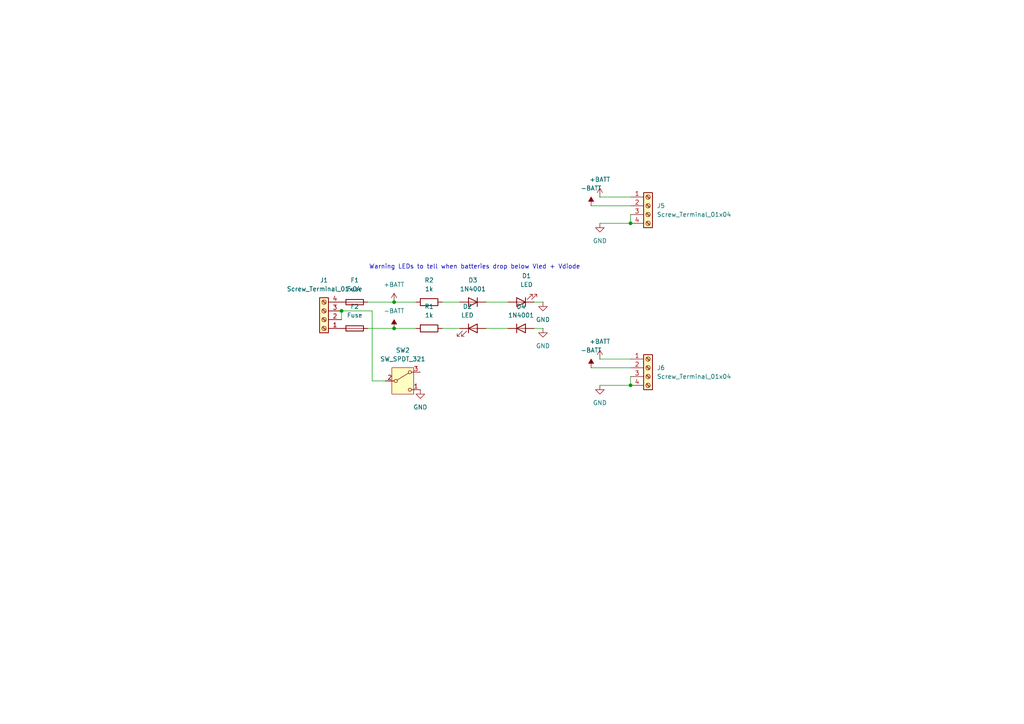
<source format=kicad_sch>
(kicad_sch (version 20250114) (generator "eeschema") (generator_version "9.0")
  (paper "A4")
  (lib_symbols
    (symbol "Connector:Screw_Terminal_01x04" (pin_names (offset 1.016) (hide yes))
      (property "Reference" "J" (at 0 5.08 0))
      (property "Value" "Screw_Terminal_01x04" (at 0 -7.62 0))
      (symbol "Screw_Terminal_01x04_1_1"
        (rectangle (start -1.27 3.81) (end 1.27 -6.35) (stroke (width 0.254)) (fill (type background)))
        (polyline (pts (xy -0.5334 2.8702) (xy 0.3302 2.032)) (stroke (width 0.1524)))
        (polyline (pts (xy -0.5334 0.3302) (xy 0.3302 -0.508)) (stroke (width 0.1524)))
        (polyline (pts (xy -0.5334 -2.2098) (xy 0.3302 -3.048)) (stroke (width 0.1524)))
        (polyline (pts (xy -0.5334 -4.7498) (xy 0.3302 -5.588)) (stroke (width 0.1524)))
        (polyline (pts (xy -0.3556 3.048) (xy 0.508 2.2098)) (stroke (width 0.1524)))
        (polyline (pts (xy -0.3556 0.508) (xy 0.508 -0.3302)) (stroke (width 0.1524)))
        (polyline (pts (xy -0.3556 -2.032) (xy 0.508 -2.8702)) (stroke (width 0.1524)))
        (polyline (pts (xy -0.3556 -4.572) (xy 0.508 -5.4102)) (stroke (width 0.1524)))
        (circle (center 0 2.54) (radius 0.635) (stroke (width 0.1524)))
        (circle (center 0 0) (radius 0.635) (stroke (width 0.1524)))
        (circle (center 0 -2.54) (radius 0.635) (stroke (width 0.1524)))
        (circle (center 0 -5.08) (radius 0.635) (stroke (width 0.1524)))
        (pin passive line (at -5.08 2.54 0) (length 3.81) (name "Pin_1") (number "1"))
        (pin passive line (at -5.08 0 0) (length 3.81) (name "Pin_2") (number "2"))
        (pin passive line (at -5.08 -2.54 0) (length 3.81) (name "Pin_3") (number "3"))
        (pin passive line (at -5.08 -5.08 0) (length 3.81) (name "Pin_4") (number "4"))
      )
    )
    (symbol "Device:Fuse" (pin_numbers (hide yes)) (pin_names (offset 0))
      (property "Reference" "F" (at 2.032 0 90))
      (property "Value" "Fuse" (at -1.905 0 90))
      (symbol "Fuse_0_1"
        (rectangle (start -0.762 -2.54) (end 0.762 2.54) (stroke (width 0.254)))
        (polyline (pts (xy 0 2.54) (xy 0 -2.54)))
      )
      (symbol "Fuse_1_1"
        (pin passive line (at 0 3.81 270) (length 1.27) (name "~") (number "1"))
        (pin passive line (at 0 -3.81 90) (length 1.27) (name "~") (number "2"))
      )
    )
    (symbol "Device:LED" (pin_numbers (hide yes)) (pin_names (offset 1.016) (hide yes))
      (property "Reference" "D" (at 0 2.54 0))
      (property "Value" "LED" (at 0 -2.54 0))
      (symbol "LED_0_1"
        (polyline (pts (xy -3.048 -0.762) (xy -4.572 -2.286) (xy -3.81 -2.286) (xy -4.572 -2.286) (xy -4.572 -1.524)))
        (polyline (pts (xy -1.778 -0.762) (xy -3.302 -2.286) (xy -2.54 -2.286) (xy -3.302 -2.286) (xy -3.302 -1.524)))
        (polyline (pts (xy -1.27 0) (xy 1.27 0)))
        (polyline (pts (xy -1.27 -1.27) (xy -1.27 1.27)) (stroke (width 0.254)))
        (polyline (pts (xy 1.27 -1.27) (xy 1.27 1.27) (xy -1.27 0) (xy 1.27 -1.27)) (stroke (width 0.254)))
      )
      (symbol "LED_1_1"
        (pin passive line (at -3.81 0 0) (length 2.54) (name "K") (number "1"))
        (pin passive line (at 3.81 0 180) (length 2.54) (name "A") (number "2"))
      )
    )
    (symbol "Device:R" (pin_numbers (hide yes)) (pin_names (offset 0))
      (property "Reference" "R" (at 2.032 0 90))
      (property "Value" "R" (at 0 0 90))
      (symbol "R_0_1"
        (rectangle (start -1.016 -2.54) (end 1.016 2.54) (stroke (width 0.254)))
      )
      (symbol "R_1_1"
        (pin passive line (at 0 3.81 270) (length 1.27) (name "~") (number "1"))
        (pin passive line (at 0 -3.81 90) (length 1.27) (name "~") (number "2"))
      )
    )
    (symbol "Diode:1N4001" (pin_numbers (hide yes)) (pin_names (hide yes))
      (property "Reference" "D" (at 0 2.54 0))
      (property "Value" "1N4001" (at 0 -2.54 0))
      (symbol "1N4001_0_1"
        (polyline (pts (xy -1.27 1.27) (xy -1.27 -1.27)) (stroke (width 0.254)))
        (polyline (pts (xy 1.27 1.27) (xy 1.27 -1.27) (xy -1.27 0) (xy 1.27 1.27)) (stroke (width 0.254)))
        (polyline (pts (xy 1.27 0) (xy -1.27 0)))
      )
      (symbol "1N4001_1_1"
        (pin passive line (at -3.81 0 0) (length 2.54) (name "K") (number "1"))
        (pin passive line (at 3.81 0 180) (length 2.54) (name "A") (number "2"))
      )
    )
    (symbol "Switch:SW_SPDT_321" (pin_names (offset 1) (hide yes))
      (property "Reference" "SW" (at 0 5.08 0))
      (property "Value" "SW_SPDT_321" (at 0 -5.08 0))
      (symbol "SW_SPDT_321_0_1"
        (circle (center -2.032 0) (radius 0.4572))
        (polyline (pts (xy -1.651 0.254) (xy 1.651 2.286)))
        (circle (center 2.032 2.54) (radius 0.4572))
        (circle (center 2.032 -2.54) (radius 0.4572))
      )
      (symbol "SW_SPDT_321_1_1"
        (rectangle (start -3.175 3.81) (end 3.175 -3.81) (fill (type background)))
        (pin passive line (at -5.08 0 0) (length 2.54) (name "B") (number "2"))
        (pin passive line (at 5.08 2.54 180) (length 2.54) (name "A") (number "3"))
        (pin passive line (at 5.08 -2.54 180) (length 2.54) (name "C") (number "1"))
      )
    )
    (symbol "power:+BATT" (power) (pin_numbers (hide yes)) (pin_names (offset 0) (hide yes))
      (property "Value" "+BATT" (at 0 3.556 0))
      (symbol "+BATT_0_1"
        (polyline (pts (xy -0.762 1.27) (xy 0 2.54)))
        (polyline (pts (xy 0 2.54) (xy 0.762 1.27)))
        (polyline (pts (xy 0 0) (xy 0 2.54)))
      )
      (symbol "+BATT_1_1"
        (pin power_in line (at 0 0 90) (length 0) (name "~") (number "1"))
      )
    )
    (symbol "power:-BATT" (power) (pin_numbers (hide yes)) (pin_names (offset 0) (hide yes))
      (property "Value" "-BATT" (at 0 3.556 0))
      (symbol "-BATT_0_1"
        (polyline (pts (xy 0 0) (xy 0 2.54)))
        (polyline (pts (xy 0.762 1.27) (xy -0.762 1.27) (xy 0 2.54) (xy 0.762 1.27)) (fill (type outline)))
      )
      (symbol "-BATT_1_1"
        (pin power_in line (at 0 0 90) (length 0) (name "~") (number "1"))
      )
    )
    (symbol "power:GND" (power) (pin_numbers (hide yes)) (pin_names (offset 0) (hide yes))
      (property "Value" "GND" (at 0 -3.81 0))
      (symbol "GND_0_1"
        (polyline (pts (xy 0 0) (xy 0 -1.27) (xy 1.27 -1.27) (xy 0 -2.54) (xy -1.27 -1.27) (xy 0 -1.27)))
      )
      (symbol "GND_1_1"
        (pin power_in line (at 0 0 270) (length 0) (name "~") (number "1"))
      )
    )
  )
  (text "Warning LEDs to tell when batteries drop below Vled + Vdiode\n" (at 137.668 77.47 0) (effects (font (size 1.27 1.27))))
  (junction (at 114.3 95.25))
  (junction (at 182.88 64.77))
  (junction (at 99.06 90.17))
  (junction (at 114.3 87.63))
  (junction (at 182.88 111.76))
  (wire (pts (xy 140.97 95.25) (xy 147.32 95.25)))
  (wire (pts (xy 171.45 59.69) (xy 182.88 59.69)))
  (wire (pts (xy 107.95 110.49) (xy 111.76 110.49)))
  (wire (pts (xy 154.94 95.25) (xy 157.48 95.25)))
  (wire (pts (xy 114.3 95.25) (xy 120.65 95.25)))
  (wire (pts (xy 182.88 62.23) (xy 182.88 64.77)))
  (wire (pts (xy 173.99 104.14) (xy 182.88 104.14)))
  (wire (pts (xy 114.3 87.63) (xy 106.68 87.63)))
  (wire (pts (xy 154.94 87.63) (xy 157.48 87.63)))
  (wire (pts (xy 173.99 64.77) (xy 182.88 64.77)))
  (wire (pts (xy 107.95 90.17) (xy 107.95 110.49)))
  (wire (pts (xy 140.97 87.63) (xy 147.32 87.63)))
  (wire (pts (xy 99.06 90.17) (xy 99.06 92.71)))
  (wire (pts (xy 106.68 95.25) (xy 114.3 95.25)))
  (wire (pts (xy 128.27 87.63) (xy 133.35 87.63)))
  (wire (pts (xy 182.88 109.22) (xy 182.88 111.76)))
  (wire (pts (xy 173.99 57.15) (xy 182.88 57.15)))
  (wire (pts (xy 173.99 111.76) (xy 182.88 111.76)))
  (wire (pts (xy 107.95 90.17) (xy 99.06 90.17)))
  (wire (pts (xy 171.45 106.68) (xy 182.88 106.68)))
  (wire (pts (xy 128.27 95.25) (xy 133.35 95.25)))
  (wire (pts (xy 114.3 87.63) (xy 120.65 87.63)))
  (symbol (lib_id "Connector:Screw_Terminal_01x04") (at 187.96 106.68 0) (unit 1)
    (property "Reference" "J6" (at 190.5 106.6799 0) (effects (justify left)))
    (property "Value" "Screw_Terminal_01x04" (at 190.5 109.2199 0) (effects (justify left)))
    (property "Footprint" "TerminalBlock_Phoenix:TerminalBlock_Phoenix_MPT-0,5-4-2.54_1x04_P2.54mm_Horizontal" (effects (hide yes)))
    (property "Description" "Generic screw terminal, single row, 01x04, script generated (kicad-library-utils/schlib/autogen/connector/)" (effects (hide yes)))
  )
  (symbol (lib_id "power:+BATT") (at 173.99 57.15 0) (unit 1)
    (property "Reference" "#PWR04" (effects (hide yes)))
    (property "Value" "+BATT" (at 173.99 52.07 0))
    (property "Description" "Power symbol creates a global label with name \"+BATT\"" (effects (hide yes)))
  )
  (symbol (lib_id "power:GND") (at 173.99 64.77 0) (mirror y) (unit 1)
    (property "Reference" "#PWR09" (effects (hide yes)))
    (property "Value" "GND" (at 173.99 69.85 0))
    (property "Description" "Power symbol creates a global label with name \"GND\" , ground" (effects (hide yes)))
  )
  (symbol (lib_id "Device:LED") (at 151.13 87.63 180) (unit 1)
    (property "Reference" "D1" (at 152.7175 80.01 0))
    (property "Value" "LED" (at 152.7175 82.55 0))
    (property "Footprint" "LED_THT:LED_D1.8mm_W1.8mm_H2.4mm_Horizontal_O1.27mm_Z1.6mm" (effects (hide yes)))
    (property "Description" "Light emitting diode" (effects (hide yes)))
    (property "Sim.Pins" "1=K 2=A" (effects (hide yes)))
  )
  (symbol (lib_id "power:GND") (at 157.48 87.63 0) (mirror y) (unit 1)
    (property "Reference" "#PWR010" (effects (hide yes)))
    (property "Value" "GND" (at 157.48 92.71 0))
    (property "Description" "Power symbol creates a global label with name \"GND\" , ground" (effects (hide yes)))
  )
  (symbol (lib_id "Diode:1N4001") (at 151.13 95.25 0) (unit 1)
    (property "Reference" "D4" (at 151.13 88.9 0))
    (property "Value" "1N4001" (at 151.13 91.44 0))
    (property "Footprint" "Diode_THT:D_DO-41_SOD81_P10.16mm_Horizontal" (effects (hide yes)))
    (property "Datasheet" "http://www.vishay.com/docs/88503/1n4001.pdf" (effects (hide yes)))
    (property "Description" "50V 1A General Purpose Rectifier Diode, DO-41" (effects (hide yes)))
    (property "Sim.Device" "D" (effects (hide yes)))
    (property "Sim.Pins" "1=K 2=A" (effects (hide yes)))
  )
  (symbol (lib_id "power:GND") (at 121.92 113.03 0) (mirror y) (unit 1)
    (property "Reference" "#PWR03" (effects (hide yes)))
    (property "Value" "GND" (at 121.92 118.11 0))
    (property "Description" "Power symbol creates a global label with name \"GND\" , ground" (effects (hide yes)))
  )
  (symbol (lib_id "power:GND") (at 157.48 95.25 0) (mirror y) (unit 1)
    (property "Reference" "#PWR011" (effects (hide yes)))
    (property "Value" "GND" (at 157.48 100.33 0))
    (property "Description" "Power symbol creates a global label with name \"GND\" , ground" (effects (hide yes)))
  )
  (symbol (lib_id "Diode:1N4001") (at 137.16 87.63 180) (unit 1)
    (property "Reference" "D3" (at 137.16 81.28 0))
    (property "Value" "1N4001" (at 137.16 83.82 0))
    (property "Footprint" "Diode_THT:D_DO-41_SOD81_P10.16mm_Horizontal" (effects (hide yes)))
    (property "Datasheet" "http://www.vishay.com/docs/88503/1n4001.pdf" (effects (hide yes)))
    (property "Description" "50V 1A General Purpose Rectifier Diode, DO-41" (effects (hide yes)))
    (property "Sim.Device" "D" (effects (hide yes)))
    (property "Sim.Pins" "1=K 2=A" (effects (hide yes)))
  )
  (symbol (lib_id "power:-BATT") (at 114.3 95.25 0) (unit 1)
    (property "Reference" "#PWR02" (effects (hide yes)))
    (property "Value" "-BATT" (at 114.3 90.17 0))
    (property "Description" "Power symbol creates a global label with name \"-BATT\"" (effects (hide yes)))
  )
  (symbol (lib_id "power:-BATT") (at 171.45 59.69 0) (unit 1)
    (property "Reference" "#PWR07" (effects (hide yes)))
    (property "Value" "-BATT" (at 171.45 54.61 0))
    (property "Description" "Power symbol creates a global label with name \"-BATT\"" (effects (hide yes)))
  )
  (symbol (lib_id "power:+BATT") (at 114.3 87.63 0) (unit 1)
    (property "Reference" "#PWR01" (effects (hide yes)))
    (property "Value" "+BATT" (at 114.3 82.55 0))
    (property "Description" "Power symbol creates a global label with name \"+BATT\"" (effects (hide yes)))
  )
  (symbol (lib_id "Device:Fuse") (at 102.87 87.63 90) (unit 1)
    (property "Reference" "F1" (at 102.87 81.28 90))
    (property "Value" "Fuse" (at 102.87 83.82 90))
    (property "Footprint" "Fuse:Fuse_1210_3225Metric" (effects (hide yes)))
    (property "Description" "Fuse" (effects (hide yes)))
  )
  (symbol (lib_id "power:GND") (at 173.99 111.76 0) (mirror y) (unit 1)
    (property "Reference" "#PWR08" (effects (hide yes)))
    (property "Value" "GND" (at 173.99 116.84 0))
    (property "Description" "Power symbol creates a global label with name \"GND\" , ground" (effects (hide yes)))
  )
  (symbol (lib_id "power:-BATT") (at 171.45 106.68 0) (unit 1)
    (property "Reference" "#PWR06" (effects (hide yes)))
    (property "Value" "-BATT" (at 171.45 101.6 0))
    (property "Description" "Power symbol creates a global label with name \"-BATT\"" (effects (hide yes)))
  )
  (symbol (lib_id "Device:R") (at 124.46 95.25 90) (unit 1)
    (property "Reference" "R1" (at 124.46 88.9 90))
    (property "Value" "1k" (at 124.46 91.44 90))
    (property "Footprint" "Resistor_SMD:R_1206_3216Metric" (effects (hide yes)))
    (property "Description" "Resistor" (effects (hide yes)))
  )
  (symbol (lib_id "Connector:Screw_Terminal_01x04") (at 187.96 59.69 0) (unit 1)
    (property "Reference" "J5" (at 190.5 59.6899 0) (effects (justify left)))
    (property "Value" "Screw_Terminal_01x04" (at 190.5 62.2299 0) (effects (justify left)))
    (property "Footprint" "TerminalBlock_Phoenix:TerminalBlock_Phoenix_MPT-0,5-4-2.54_1x04_P2.54mm_Horizontal" (effects (hide yes)))
    (property "Description" "Generic screw terminal, single row, 01x04, script generated (kicad-library-utils/schlib/autogen/connector/)" (effects (hide yes)))
  )
  (symbol (lib_id "power:+BATT") (at 173.99 104.14 0) (unit 1)
    (property "Reference" "#PWR05" (effects (hide yes)))
    (property "Value" "+BATT" (at 173.99 99.06 0))
    (property "Description" "Power symbol creates a global label with name \"+BATT\"" (effects (hide yes)))
  )
  (symbol (lib_id "Device:Fuse") (at 102.87 95.25 90) (unit 1)
    (property "Reference" "F2" (at 102.87 88.9 90))
    (property "Value" "Fuse" (at 102.87 91.44 90))
    (property "Footprint" "Fuse:Fuse_1210_3225Metric" (effects (hide yes)))
    (property "Description" "Fuse" (effects (hide yes)))
  )
  (symbol (lib_id "Device:R") (at 124.46 87.63 90) (unit 1)
    (property "Reference" "R2" (at 124.46 81.28 90))
    (property "Value" "1k" (at 124.46 83.82 90))
    (property "Footprint" "Resistor_SMD:R_1206_3216Metric" (effects (hide yes)))
    (property "Description" "Resistor" (effects (hide yes)))
  )
  (symbol (lib_id "Switch:SW_SPDT_321") (at 116.84 110.49 0) (unit 1)
    (property "Reference" "SW2" (at 116.84 101.6 0))
    (property "Value" "SW_SPDT_321" (at 116.84 104.14 0))
    (property "Footprint" "Button_Switch_THT:SW_Slide_SPDT_Angled_CK_OS102011MA1Q" (effects (hide yes)))
    (property "Description" "Switch, single pole double throw" (effects (hide yes)))
  )
  (symbol (lib_id "Device:LED") (at 137.16 95.25 0) (unit 1)
    (property "Reference" "D2" (at 135.5725 88.9 0))
    (property "Value" "LED" (at 135.5725 91.44 0))
    (property "Footprint" "LED_THT:LED_D1.8mm_W1.8mm_H2.4mm_Horizontal_O1.27mm_Z1.6mm" (effects (hide yes)))
    (property "Description" "Light emitting diode" (effects (hide yes)))
    (property "Sim.Pins" "1=K 2=A" (effects (hide yes)))
  )
  (symbol (lib_id "Connector:Screw_Terminal_01x04") (at 93.98 92.71 180) (unit 1)
    (property "Reference" "J1" (at 93.98 81.28 0))
    (property "Value" "Screw_Terminal_01x04" (at 93.98 83.82 0))
    (property "Footprint" "TerminalBlock_Phoenix:TerminalBlock_Phoenix_MPT-0,5-4-2.54_1x04_P2.54mm_Horizontal" (effects (hide yes)))
    (property "Description" "Generic screw terminal, single row, 01x04, script generated (kicad-library-utils/schlib/autogen/connector/)" (effects (hide yes)))
  )
)
</source>
